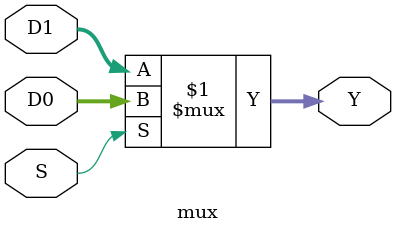
<source format=v>
`timescale 1ns / 1ps


module mux
#(parameter WIDTH=2)
(
 input [WIDTH-1:0] D0,
 input [WIDTH-1:0] D1,
 input S,
 output [WIDTH-1:0] Y
);

   assign Y = S ? D0 : D1; 
    
endmodule


</source>
